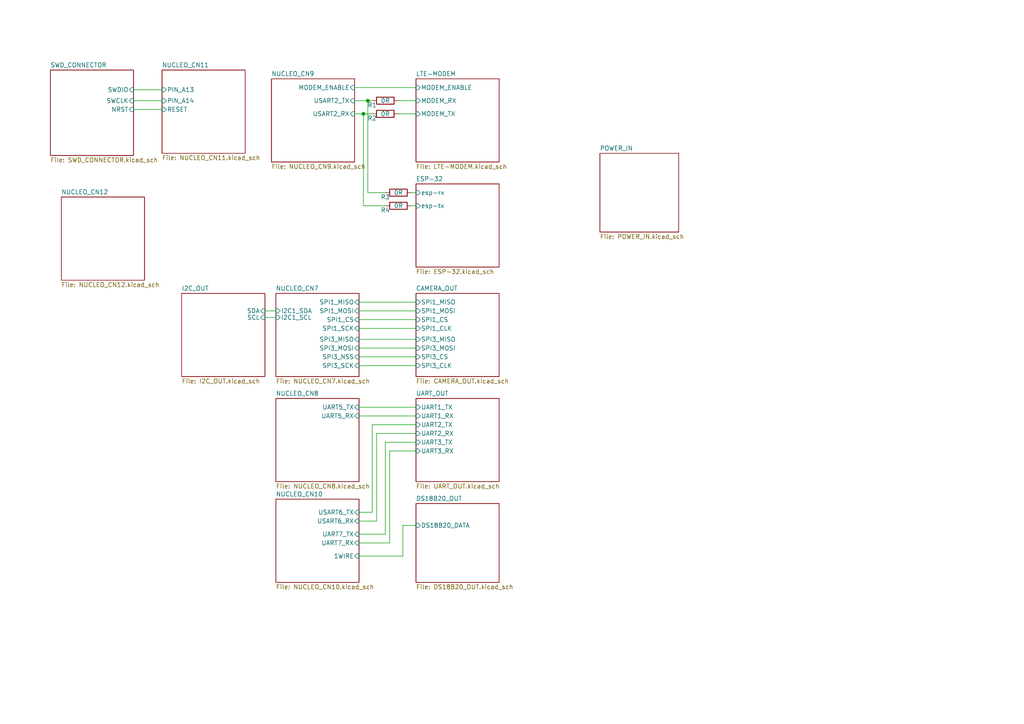
<source format=kicad_sch>
(kicad_sch (version 20230121) (generator eeschema)
  (paper "A4")
  (lib_symbols
    (symbol "Device:R" (pin_numbers hide) (pin_names (offset 0))
      (property "Reference" "R" (at 2.032 0 90))
      (property "Value" "R" (at 0 0 90))
      (symbol "R_0_1"
        (rectangle (start -1.016 -2.54) (end 1.016 2.54) (stroke (width 0.254)))
      )
      (symbol "R_1_1"
        (pin passive line (at 0 3.81 270) (length 1.27) (name "~") (number "1"))
        (pin passive line (at 0 -3.81 90) (length 1.27) (name "~") (number "2"))
      )
    )
  )
  (junction (at 106.68 29.21))
  (junction (at 105.41 33.02))
  (wire (pts (xy 104.14 157.48) (xy 113.03 157.48)))
  (wire (pts (xy 104.14 151.13) (xy 109.22 151.13)))
  (wire (pts (xy 115.57 29.21) (xy 120.65 29.21)))
  (wire (pts (xy 111.76 154.94) (xy 111.76 128.27)))
  (wire (pts (xy 104.14 92.71) (xy 120.65 92.71)))
  (wire (pts (xy 38.735 29.21) (xy 46.99 29.21)))
  (wire (pts (xy 113.03 130.81) (xy 113.03 157.48)))
  (wire (pts (xy 104.14 90.17) (xy 120.65 90.17)))
  (wire (pts (xy 104.14 161.29) (xy 116.84 161.29)))
  (wire (pts (xy 106.68 55.88) (xy 106.68 29.21)))
  (wire (pts (xy 109.22 151.13) (xy 109.22 125.73)))
  (wire (pts (xy 38.735 31.75) (xy 46.99 31.75)))
  (wire (pts (xy 107.95 123.19) (xy 120.65 123.19)))
  (wire (pts (xy 104.14 118.11) (xy 120.65 118.11)))
  (wire (pts (xy 106.68 29.21) (xy 107.95 29.21)))
  (wire (pts (xy 104.14 100.965) (xy 120.65 100.965)))
  (wire (pts (xy 76.835 92.075) (xy 80.01 92.075)))
  (wire (pts (xy 76.835 90.17) (xy 80.01 90.17)))
  (wire (pts (xy 104.14 148.59) (xy 107.95 148.59)))
  (wire (pts (xy 116.84 152.4) (xy 120.65 152.4)))
  (wire (pts (xy 104.14 120.65) (xy 120.65 120.65)))
  (wire (pts (xy 109.22 125.73) (xy 120.65 125.73)))
  (wire (pts (xy 111.76 128.27) (xy 120.65 128.27)))
  (wire (pts (xy 104.14 154.94) (xy 111.76 154.94)))
  (wire (pts (xy 102.87 25.4) (xy 120.65 25.4)))
  (wire (pts (xy 104.14 98.425) (xy 120.65 98.425)))
  (wire (pts (xy 105.41 33.02) (xy 107.95 33.02)))
  (wire (pts (xy 107.95 148.59) (xy 107.95 123.19)))
  (wire (pts (xy 111.76 59.69) (xy 105.41 59.69)))
  (wire (pts (xy 105.41 59.69) (xy 105.41 33.02)))
  (wire (pts (xy 104.14 103.505) (xy 120.65 103.505)))
  (wire (pts (xy 119.38 59.69) (xy 120.65 59.69)))
  (wire (pts (xy 104.14 87.63) (xy 120.65 87.63)))
  (wire (pts (xy 104.14 95.25) (xy 120.65 95.25)))
  (wire (pts (xy 38.735 26.035) (xy 46.99 26.035)))
  (wire (pts (xy 102.87 33.02) (xy 105.41 33.02)))
  (wire (pts (xy 104.14 106.045) (xy 120.65 106.045)))
  (wire (pts (xy 111.76 55.88) (xy 106.68 55.88)))
  (wire (pts (xy 113.03 130.81) (xy 120.65 130.81)))
  (wire (pts (xy 102.87 29.21) (xy 106.68 29.21)))
  (wire (pts (xy 119.38 55.88) (xy 120.65 55.88)))
  (wire (pts (xy 115.57 33.02) (xy 120.65 33.02)))
  (wire (pts (xy 116.84 161.29) (xy 116.84 152.4)))
  (symbol (lib_id "Device:R") (at 111.76 29.21 90) (unit 1)
    (property "Reference" "R1" (at 107.95 30.48 90))
    (property "Value" "0R" (at 111.76 29.21 90))
    (property "Footprint" "Resistor_SMD:R_0805_2012Metric_Pad1.20x1.40mm_HandSolder" (effects hide))
  )
  (symbol (lib_id "Device:R") (at 115.57 59.69 90) (unit 1)
    (property "Reference" "R4" (at 111.76 60.96 90))
    (property "Value" "0R" (at 115.57 59.69 90))
    (property "Footprint" "Resistor_SMD:R_0805_2012Metric_Pad1.20x1.40mm_HandSolder" (effects hide))
  )
  (symbol (lib_id "Device:R") (at 115.57 55.88 90) (unit 1)
    (property "Reference" "R3" (at 111.76 57.15 90))
    (property "Value" "0R" (at 115.57 55.88 90))
    (property "Footprint" "Resistor_SMD:R_0805_2012Metric_Pad1.20x1.40mm_HandSolder" (effects hide))
  )
  (symbol (lib_id "Device:R") (at 111.76 33.02 90) (unit 1)
    (property "Reference" "R2" (at 107.95 34.29 90))
    (property "Value" "0R" (at 111.76 33.02 90))
    (property "Footprint" "Resistor_SMD:R_0805_2012Metric_Pad1.20x1.40mm_HandSolder" (effects hide))
  )
  (sheet (at 173.99 44.45) (size 22.86 22.86) (stroke (width 0.1524))
    (property "Sheetname" "POWER_IN" (at 173.99 43.7384 0) (effects (justify left bottom)))
    (property "Sheetfile" "POWER_IN.kicad_sch" (at 173.99 67.8946 0) (effects (justify left top)))
  )
  (sheet (at 17.78 57.15) (size 24.13 24.13) (stroke (width 0.1524))
    (property "Sheetname" "NUCLEO_CN12" (at 17.78 56.4384 0) (effects (justify left bottom)))
    (property "Sheetfile" "NUCLEO_CN12.kicad_sch" (at 17.78 81.8646 0) (effects (justify left top)))
  )
  (sheet (at 120.65 22.86) (size 24.13 24.13) (stroke (width 0.1524))
    (property "Sheetname" "LTE-MODEM" (at 120.65 22.1484 0) (effects (justify left bottom)))
    (property "Sheetfile" "LTE-MODEM.kicad_sch" (at 120.65 47.5746 0) (effects (justify left top)))
    (pin "MODEM_ENABLE" input (at 120.65 25.4 180))
    (pin "MODEM_RX" input (at 120.65 29.21 180))
    (pin "MODEM_TX" input (at 120.65 33.02 180))
  )
  (sheet (at 80.01 115.57) (size 24.13 24.13) (stroke (width 0.1524))
    (property "Sheetname" "NUCLEO_CN8" (at 80.01 114.8584 0) (effects (justify left bottom)))
    (property "Sheetfile" "NUCLEO_CN8.kicad_sch" (at 80.01 140.2846 0) (effects (justify left top)))
    (pin "UART5_TX" input (at 104.14 118.11 0))
    (pin "UART5_RX" input (at 104.14 120.65 0))
  )
  (sheet (at 120.65 115.57) (size 24.13 24.13) (stroke (width 0.1524))
    (property "Sheetname" "UART_OUT" (at 120.65 114.8584 0) (effects (justify left bottom)))
    (property "Sheetfile" "UART_OUT.kicad_sch" (at 120.65 140.2846 0) (effects (justify left top)))
    (pin "UART1_RX" input (at 120.65 120.65 180))
    (pin "UART2_RX" input (at 120.65 125.73 180))
    (pin "UART1_TX" input (at 120.65 118.11 180))
    (pin "UART2_TX" input (at 120.65 123.19 180))
    (pin "UART3_TX" input (at 120.65 128.27 180))
    (pin "UART3_RX" input (at 120.65 130.81 180))
  )
  (sheet (at 80.01 85.09) (size 24.13 24.13) (stroke (width 0.1524))
    (property "Sheetname" "NUCLEO_CN7" (at 80.01 84.3784 0) (effects (justify left bottom)))
    (property "Sheetfile" "NUCLEO_CN7.kicad_sch" (at 80.01 109.8046 0) (effects (justify left top)))
    (pin "SPI1_MISO" input (at 104.14 87.63 0))
    (pin "SPI1_CS" input (at 104.14 92.71 0))
    (pin "SPI1_MOSI" input (at 104.14 90.17 0))
    (pin "SPI1_SCK" input (at 104.14 95.25 0))
    (pin "SPI3_NSS" input (at 104.14 103.505 0))
    (pin "SPI3_MISO" input (at 104.14 98.425 0))
    (pin "SPI3_SCK" input (at 104.14 106.045 0))
    (pin "SPI3_MOSI" input (at 104.14 100.965 0))
    (pin "I2C1_SDA" input (at 80.01 90.17 180))
    (pin "I2C1_SCL" input (at 80.01 92.075 180))
  )
  (sheet (at 46.99 20.32) (size 24.13 24.13) (stroke (width 0.1524))
    (property "Sheetname" "NUCLEO_CN11" (at 46.99 19.6084 0) (effects (justify left bottom)))
    (property "Sheetfile" "NUCLEO_CN11.kicad_sch" (at 46.99 45.0346 0) (effects (justify left top)))
    (pin "PIN_A14" input (at 46.99 29.21 180))
    (pin "PIN_A13" input (at 46.99 26.035 180))
    (pin "RESET" input (at 46.99 31.75 180))
  )
  (sheet (at 78.74 22.86) (size 24.13 24.13) (stroke (width 0.1524))
    (property "Sheetname" "NUCLEO_CN9" (at 78.74 22.1484 0) (effects (justify left bottom)))
    (property "Sheetfile" "NUCLEO_CN9.kicad_sch" (at 78.74 47.5746 0) (effects (justify left top)))
    (pin "MODEM_ENABLE" input (at 102.87 25.4 0))
    (pin "USART2_RX" input (at 102.87 33.02 0))
    (pin "USART2_TX" input (at 102.87 29.21 0))
  )
  (sheet (at 120.65 85.09) (size 24.13 24.13) (stroke (width 0.1524))
    (property "Sheetname" "CAMERA_OUT" (at 120.65 84.3784 0) (effects (justify left bottom)))
    (property "Sheetfile" "CAMERA_OUT.kicad_sch" (at 120.65 109.8046 0) (effects (justify left top)))
    (pin "SPI3_MISO" input (at 120.65 98.425 180))
    (pin "SPI1_MISO" input (at 120.65 87.63 180))
    (pin "SPI1_MOSI" input (at 120.65 90.17 180))
    (pin "SPI1_CS" input (at 120.65 92.71 180))
    (pin "SPI3_CLK" input (at 120.65 106.045 180))
    (pin "SPI3_CS" input (at 120.65 103.505 180))
    (pin "SPI1_CLK" input (at 120.65 95.25 180))
    (pin "SPI3_MOSI" input (at 120.65 100.965 180))
  )
  (sheet (at 14.605 20.32) (size 24.13 24.765) (stroke (width 0.1524))
    (property "Sheetname" "SWD_CONNECTOR" (at 14.605 19.6084 0) (effects (justify left bottom)))
    (property "Sheetfile" "SWD_CONNECTOR.kicad_sch" (at 14.605 45.6696 0) (effects (justify left top)))
    (pin "SWDIO" input (at 38.735 26.035 0))
    (pin "SWCLK" input (at 38.735 29.21 0))
    (pin "NRST" input (at 38.735 31.75 0))
  )
  (sheet (at 120.65 146.05) (size 24.13 22.86) (stroke (width 0.1524))
    (property "Sheetname" "DS18B20_OUT" (at 120.65 145.3384 0) (effects (justify left bottom)))
    (property "Sheetfile" "DS18B20_OUT.kicad_sch" (at 120.65 169.4946 0) (effects (justify left top)))
    (pin "DS18B20_DATA" input (at 120.65 152.4 180))
  )
  (sheet (at 80.01 144.78) (size 24.13 24.13) (stroke (width 0.1524))
    (property "Sheetname" "NUCLEO_CN10" (at 80.01 144.0684 0) (effects (justify left bottom)))
    (property "Sheetfile" "NUCLEO_CN10.kicad_sch" (at 80.01 169.4946 0) (effects (justify left top)))
    (pin "USART6_TX" input (at 104.14 148.59 0))
    (pin "USART6_RX" input (at 104.14 151.13 0))
    (pin "UART7_RX" input (at 104.14 157.48 0))
    (pin "UART7_TX" input (at 104.14 154.94 0))
    (pin "1WIRE" input (at 104.14 161.29 0))
  )
  (sheet (at 120.65 53.34) (size 24.13 24.13) (stroke (width 0.1524))
    (property "Sheetname" "ESP-32" (at 120.65 52.6284 0) (effects (justify left bottom)))
    (property "Sheetfile" "ESP-32.kicad_sch" (at 120.65 78.0546 0) (effects (justify left top)))
    (pin "esp-tx" input (at 120.65 59.69 180))
    (pin "esp-rx" input (at 120.65 55.88 180))
  )
  (sheet (at 52.705 85.09) (size 24.13 24.13) (stroke (width 0.1524))
    (property "Sheetname" "I2C_OUT" (at 52.705 84.3784 0) (effects (justify left bottom)))
    (property "Sheetfile" "I2C_OUT.kicad_sch" (at 52.705 109.8046 0) (effects (justify left top)))
    (pin "SCL" input (at 76.835 92.075 0))
    (pin "SDA" input (at 76.835 90.17 0))
  )
)
</source>
